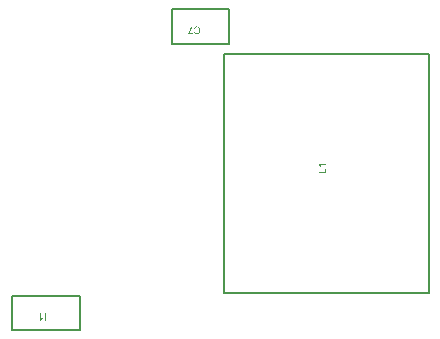
<source format=gbr>
G04*
G04 #@! TF.GenerationSoftware,Altium Limited,Altium Designer,23.0.1 (38)*
G04*
G04 Layer_Color=8388736*
%FSLAX25Y25*%
%MOIN*%
G70*
G04*
G04 #@! TF.SameCoordinates,AE5763C0-F2EE-4BCA-89C6-8F578BEF2D51*
G04*
G04*
G04 #@! TF.FilePolarity,Positive*
G04*
G01*
G75*
%ADD10C,0.00787*%
G36*
X155859Y129498D02*
X155887D01*
X155922Y129494D01*
X155961Y129492D01*
X156006Y129486D01*
X156055Y129479D01*
X156106Y129471D01*
X156159Y129459D01*
X156214Y129447D01*
X156269Y129431D01*
X156326Y129412D01*
X156379Y129390D01*
X156432Y129365D01*
X156481Y129335D01*
X156483Y129333D01*
X156492Y129327D01*
X156504Y129318D01*
X156522Y129304D01*
X156543Y129288D01*
X156569Y129267D01*
X156596Y129241D01*
X156624Y129214D01*
X156655Y129183D01*
X156686Y129145D01*
X156720Y129106D01*
X156751Y129065D01*
X156782Y129018D01*
X156814Y128967D01*
X156843Y128914D01*
X156869Y128857D01*
X156871Y128853D01*
X156875Y128843D01*
X156880Y128826D01*
X156888Y128802D01*
X156900Y128773D01*
X156910Y128740D01*
X156922Y128698D01*
X156933Y128655D01*
X156947Y128606D01*
X156959Y128555D01*
X156969Y128498D01*
X156978Y128440D01*
X156988Y128379D01*
X156994Y128316D01*
X156998Y128250D01*
X157000Y128183D01*
Y128181D01*
Y128179D01*
Y128173D01*
Y128165D01*
X156998Y128146D01*
Y128116D01*
X156996Y128083D01*
X156992Y128044D01*
X156988Y127999D01*
X156980Y127950D01*
X156973Y127899D01*
X156963Y127844D01*
X156951Y127787D01*
X156937Y127728D01*
X156920Y127671D01*
X156900Y127613D01*
X156877Y127554D01*
X156851Y127499D01*
X156849Y127495D01*
X156843Y127485D01*
X156835Y127471D01*
X156824Y127450D01*
X156808Y127426D01*
X156788Y127397D01*
X156767Y127368D01*
X156741Y127332D01*
X156714Y127297D01*
X156683Y127262D01*
X156647Y127225D01*
X156608Y127187D01*
X156567Y127152D01*
X156524Y127117D01*
X156477Y127083D01*
X156426Y127054D01*
X156422Y127052D01*
X156414Y127048D01*
X156398Y127040D01*
X156377Y127030D01*
X156351Y127019D01*
X156320Y127005D01*
X156285Y126991D01*
X156245Y126978D01*
X156202Y126964D01*
X156155Y126950D01*
X156104Y126936D01*
X156051Y126925D01*
X155995Y126915D01*
X155938Y126907D01*
X155877Y126903D01*
X155816Y126901D01*
X155799D01*
X155779Y126903D01*
X155754D01*
X155720Y126907D01*
X155683Y126911D01*
X155640Y126917D01*
X155595Y126925D01*
X155546Y126934D01*
X155495Y126948D01*
X155442Y126964D01*
X155389Y126981D01*
X155336Y127005D01*
X155283Y127030D01*
X155230Y127060D01*
X155181Y127093D01*
X155177Y127095D01*
X155169Y127103D01*
X155158Y127113D01*
X155140Y127128D01*
X155118Y127148D01*
X155095Y127172D01*
X155068Y127201D01*
X155040Y127232D01*
X155011Y127270D01*
X154981Y127309D01*
X154950Y127354D01*
X154920Y127403D01*
X154893Y127454D01*
X154868Y127511D01*
X154844Y127571D01*
X154823Y127634D01*
X155150Y127710D01*
Y127707D01*
X155154Y127699D01*
X155160Y127685D01*
X155166Y127665D01*
X155175Y127644D01*
X155187Y127617D01*
X155199Y127589D01*
X155215Y127558D01*
X155250Y127493D01*
X155295Y127426D01*
X155318Y127395D01*
X155346Y127364D01*
X155375Y127336D01*
X155405Y127311D01*
X155406Y127309D01*
X155412Y127305D01*
X155422Y127299D01*
X155434Y127291D01*
X155452Y127281D01*
X155471Y127271D01*
X155493Y127260D01*
X155518Y127248D01*
X155548Y127236D01*
X155579Y127225D01*
X155614Y127215D01*
X155651Y127205D01*
X155691Y127197D01*
X155732Y127191D01*
X155775Y127187D01*
X155822Y127185D01*
X155850D01*
X155871Y127187D01*
X155895Y127189D01*
X155924Y127193D01*
X155955Y127197D01*
X155991Y127203D01*
X156028Y127211D01*
X156067Y127219D01*
X156108Y127230D01*
X156149Y127244D01*
X156189Y127260D01*
X156230Y127279D01*
X156269Y127299D01*
X156306Y127324D01*
X156308Y127326D01*
X156314Y127330D01*
X156324Y127338D01*
X156338Y127350D01*
X156353Y127364D01*
X156371Y127381D01*
X156392Y127401D01*
X156412Y127422D01*
X156436Y127448D01*
X156457Y127477D01*
X156481Y127507D01*
X156502Y127540D01*
X156524Y127577D01*
X156545Y127614D01*
X156563Y127656D01*
X156579Y127699D01*
Y127701D01*
X156582Y127709D01*
X156587Y127722D01*
X156590Y127740D01*
X156596Y127760D01*
X156604Y127785D01*
X156610Y127814D01*
X156618Y127846D01*
X156626Y127881D01*
X156632Y127918D01*
X156639Y127960D01*
X156645Y128001D01*
X156653Y128089D01*
X156657Y128181D01*
Y128185D01*
Y128195D01*
Y128212D01*
X156655Y128234D01*
Y128263D01*
X156651Y128295D01*
X156649Y128332D01*
X156645Y128371D01*
X156641Y128414D01*
X156633Y128459D01*
X156618Y128553D01*
X156594Y128649D01*
X156581Y128696D01*
X156565Y128742D01*
X156563Y128744D01*
X156561Y128751D01*
X156555Y128765D01*
X156547Y128781D01*
X156537Y128800D01*
X156526Y128824D01*
X156510Y128849D01*
X156492Y128875D01*
X156475Y128904D01*
X156453Y128934D01*
X156430Y128963D01*
X156402Y128992D01*
X156375Y129022D01*
X156343Y129049D01*
X156310Y129075D01*
X156275Y129098D01*
X156273Y129100D01*
X156265Y129104D01*
X156255Y129110D01*
X156240Y129116D01*
X156222Y129126D01*
X156200Y129136D01*
X156175Y129145D01*
X156147Y129157D01*
X156116Y129169D01*
X156083Y129179D01*
X156047Y129188D01*
X156010Y129198D01*
X155973Y129204D01*
X155932Y129210D01*
X155891Y129214D01*
X155848Y129216D01*
X155836D01*
X155820Y129214D01*
X155800D01*
X155777Y129210D01*
X155749Y129208D01*
X155718Y129202D01*
X155685Y129196D01*
X155648Y129186D01*
X155610Y129177D01*
X155571Y129163D01*
X155530Y129147D01*
X155491Y129130D01*
X155452Y129108D01*
X155412Y129083D01*
X155375Y129055D01*
X155373Y129053D01*
X155367Y129047D01*
X155358Y129037D01*
X155344Y129026D01*
X155328Y129008D01*
X155310Y128987D01*
X155291Y128963D01*
X155269Y128936D01*
X155248Y128902D01*
X155226Y128867D01*
X155205Y128828D01*
X155183Y128785D01*
X155162Y128740D01*
X155144Y128689D01*
X155126Y128634D01*
X155113Y128577D01*
X154779Y128661D01*
Y128663D01*
X154781Y128665D01*
Y128671D01*
X154785Y128679D01*
X154791Y128700D01*
X154801Y128728D01*
X154813Y128763D01*
X154826Y128802D01*
X154846Y128845D01*
X154866Y128892D01*
X154891Y128943D01*
X154919Y128994D01*
X154950Y129045D01*
X154983Y129098D01*
X155022Y129149D01*
X155064Y129198D01*
X155109Y129243D01*
X155158Y129286D01*
X155162Y129288D01*
X155169Y129296D01*
X155185Y129306D01*
X155207Y129320D01*
X155232Y129335D01*
X155263Y129353D01*
X155301Y129373D01*
X155342Y129392D01*
X155387Y129414D01*
X155438Y129431D01*
X155493Y129451D01*
X155552Y129467D01*
X155614Y129480D01*
X155679Y129490D01*
X155748Y129498D01*
X155820Y129500D01*
X155848D01*
X155859Y129498D01*
D02*
G37*
G36*
X154123Y129453D02*
Y129443D01*
X154121Y129428D01*
Y129404D01*
X154119Y129375D01*
X154115Y129341D01*
X154111Y129302D01*
X154107Y129257D01*
X154101Y129206D01*
X154093Y129151D01*
X154084Y129092D01*
X154072Y129030D01*
X154060Y128963D01*
X154044Y128892D01*
X154027Y128818D01*
X154007Y128742D01*
Y128740D01*
X154005Y128738D01*
X154003Y128732D01*
X154001Y128722D01*
X153999Y128712D01*
X153995Y128700D01*
X153991Y128687D01*
X153986Y128669D01*
X153976Y128632D01*
X153960Y128589D01*
X153944Y128538D01*
X153925Y128483D01*
X153903Y128424D01*
X153880Y128359D01*
X153854Y128293D01*
X153825Y128222D01*
X153794Y128152D01*
X153760Y128079D01*
X153725Y128005D01*
X153688Y127932D01*
Y127930D01*
X153686Y127928D01*
X153682Y127922D01*
X153678Y127914D01*
X153666Y127895D01*
X153650Y127867D01*
X153631Y127834D01*
X153609Y127795D01*
X153582Y127752D01*
X153552Y127703D01*
X153521Y127654D01*
X153488Y127599D01*
X153451Y127546D01*
X153411Y127489D01*
X153329Y127379D01*
X153286Y127324D01*
X153243Y127273D01*
X154474D01*
Y126978D01*
X152847D01*
Y127219D01*
X152849Y127221D01*
X152857Y127230D01*
X152870Y127244D01*
X152888Y127266D01*
X152910Y127291D01*
X152935Y127321D01*
X152964Y127358D01*
X152998Y127399D01*
X153031Y127446D01*
X153070Y127497D01*
X153109Y127552D01*
X153151Y127613D01*
X153194Y127677D01*
X153237Y127746D01*
X153280Y127818D01*
X153325Y127897D01*
Y127899D01*
X153327Y127901D01*
X153331Y127907D01*
X153335Y127916D01*
X153341Y127926D01*
X153347Y127938D01*
X153354Y127954D01*
X153364Y127969D01*
X153384Y128008D01*
X153405Y128053D01*
X153431Y128106D01*
X153458Y128163D01*
X153488Y128228D01*
X153517Y128295D01*
X153547Y128367D01*
X153578Y128442D01*
X153607Y128520D01*
X153635Y128600D01*
X153662Y128683D01*
X153688Y128767D01*
Y128771D01*
X153692Y128781D01*
X153695Y128798D01*
X153703Y128822D01*
X153709Y128851D01*
X153719Y128887D01*
X153727Y128926D01*
X153737Y128971D01*
X153746Y129020D01*
X153756Y129075D01*
X153766Y129131D01*
X153776Y129190D01*
X153786Y129255D01*
X153794Y129320D01*
X153799Y129388D01*
X153805Y129457D01*
X154123D01*
Y129453D01*
D02*
G37*
G36*
X105479Y31487D02*
X105146D01*
Y34000D01*
X105479D01*
Y31487D01*
D02*
G37*
G36*
X103833Y32036D02*
X103835Y32038D01*
X103839Y32040D01*
X103845Y32046D01*
X103853Y32054D01*
X103864Y32063D01*
X103878Y32075D01*
X103894Y32087D01*
X103911Y32103D01*
X103931Y32118D01*
X103955Y32134D01*
X103978Y32152D01*
X104004Y32169D01*
X104062Y32209D01*
X104127Y32248D01*
X104129Y32250D01*
X104135Y32252D01*
X104145Y32258D01*
X104156Y32265D01*
X104174Y32273D01*
X104192Y32283D01*
X104213Y32295D01*
X104235Y32307D01*
X104286Y32332D01*
X104339Y32359D01*
X104395Y32385D01*
X104450Y32406D01*
Y32109D01*
X104446Y32107D01*
X104439Y32103D01*
X104425Y32097D01*
X104407Y32087D01*
X104384Y32075D01*
X104358Y32062D01*
X104329Y32044D01*
X104297Y32026D01*
X104262Y32007D01*
X104227Y31983D01*
X104150Y31934D01*
X104074Y31877D01*
X104000Y31815D01*
X103998Y31813D01*
X103992Y31807D01*
X103982Y31797D01*
X103968Y31785D01*
X103953Y31769D01*
X103933Y31752D01*
X103913Y31730D01*
X103892Y31707D01*
X103847Y31656D01*
X103802Y31599D01*
X103760Y31538D01*
X103741Y31509D01*
X103725Y31477D01*
X103525D01*
Y34000D01*
X103833D01*
Y32036D01*
D02*
G37*
G36*
X199000Y83195D02*
X197036D01*
X197038Y83193D01*
X197040Y83189D01*
X197046Y83183D01*
X197054Y83175D01*
X197064Y83164D01*
X197075Y83150D01*
X197087Y83134D01*
X197103Y83117D01*
X197118Y83097D01*
X197134Y83073D01*
X197152Y83050D01*
X197169Y83024D01*
X197209Y82966D01*
X197248Y82901D01*
X197250Y82899D01*
X197252Y82893D01*
X197258Y82883D01*
X197265Y82872D01*
X197273Y82854D01*
X197283Y82836D01*
X197295Y82815D01*
X197307Y82793D01*
X197332Y82742D01*
X197360Y82689D01*
X197385Y82632D01*
X197406Y82578D01*
X197109D01*
X197107Y82582D01*
X197103Y82589D01*
X197097Y82603D01*
X197087Y82621D01*
X197075Y82644D01*
X197062Y82670D01*
X197044Y82699D01*
X197026Y82730D01*
X197007Y82766D01*
X196983Y82801D01*
X196934Y82877D01*
X196877Y82954D01*
X196815Y83028D01*
X196813Y83030D01*
X196807Y83036D01*
X196797Y83046D01*
X196785Y83060D01*
X196770Y83075D01*
X196752Y83095D01*
X196730Y83115D01*
X196707Y83136D01*
X196656Y83181D01*
X196599Y83226D01*
X196538Y83267D01*
X196509Y83287D01*
X196477Y83303D01*
Y83503D01*
X199000D01*
Y83195D01*
D02*
G37*
G36*
Y80500D02*
X196487D01*
Y80833D01*
X198704D01*
Y82070D01*
X199000D01*
Y80500D01*
D02*
G37*
D10*
X166547Y123791D02*
Y135209D01*
X147453D02*
X166547D01*
X147453Y123791D02*
Y135209D01*
Y123791D02*
X166547D01*
X116857Y28409D02*
Y39591D01*
X94101D02*
X116857D01*
X94101Y28409D02*
Y39591D01*
Y28409D02*
X116857D01*
X164847Y40618D02*
X233154D01*
Y120382D01*
X164847D02*
X233154D01*
X164847Y40618D02*
Y120382D01*
M02*

</source>
